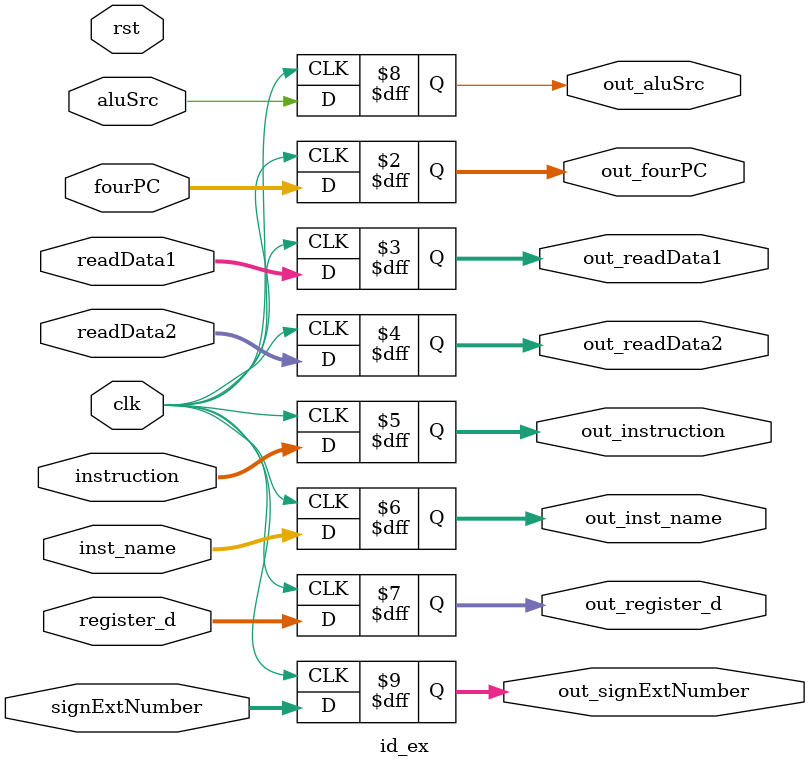
<source format=v>
/**
 * ID与Ex之间的寄存器模块
 * @author AshinZ
 * @time   2020-4-26
*/

module id_ex(clk,rst,fourPC,//传时钟和pc+4
readData1,readData2, //regfile和拓展其输入
instruction,inst_name,register_d,aluSrc,signExtNumber,
out_readData1,out_readData2,
out_fourPC,out_instruction,out_inst_name,
out_register_d,out_aluSrc,out_signExtNumber);

    input           clk;
    input           rst;
    input  [31:0]   fourPC;
    input  [31:0]   readData1;
    input  [31:0]   readData2;
    input  [31:0]   instruction;
    input  [7:0]    inst_name;
    input  [4:0]    register_d;//目标写入寄存器
    input           aluSrc;
    input  [31:0]   signExtNumber;

    output reg [31:0]   out_fourPC;
    output reg [31:0]   out_readData1;
    output reg [31:0]   out_readData2;
    output reg [31:0]   out_instruction;
    output reg [7:0]    out_inst_name;
    output reg [4:0]    out_register_d;
    output reg            out_aluSrc;
    output reg [31:0]      out_signExtNumber;
    always @(posedge clk)
        begin
            out_fourPC <= fourPC;
            out_readData1 <= readData1;
            out_readData2 <= readData2;
            out_instruction <= instruction;
            out_inst_name <= inst_name;
            out_register_d<=register_d;
            out_aluSrc <= aluSrc;
            out_signExtNumber <= signExtNumber;
        end
endmodule
</source>
